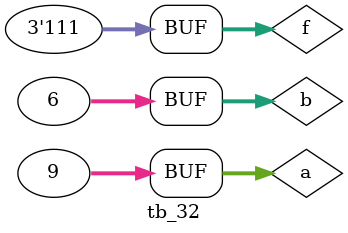
<source format=v>
`timescale 1ns / 1ps


module tb_32();
reg [31:0] a, b;
reg [2:0] f;
wire [31:0] y;
wire z;

initial begin
        a = 0; b = 0; f = 0; 
    #20 a = 4'b1001; b = 4'b0110; f = 3'b000;
    #20 a = 4'b1001; b = 4'b0110; f = 3'b001;
    #20 a = 4'b1001; b = 4'b0110; f = 3'b010;
    #20 a = 4'b1001; b = 4'b0110; f = 3'b011;
    #20 a = 4'b1001; b = 4'b0110; f = 3'b100;
    #20 a = 4'b1001; b = 4'b0110; f = 3'b101;
    #20 a = 4'b1001; b = 4'b0110; f = 3'b110;
    #20 a = 4'b1001; b = 4'b0110; f = 3'b111;
end

alu32 sed(.a(a), .b(b), .f(f), .y(y), .z(z));

endmodule

</source>
